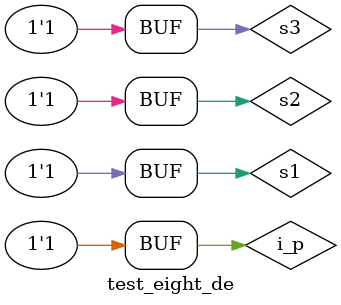
<source format=v>
`timescale 1ns / 1ps


module test_eight_de;

	// Inputs
	reg i_p;
	reg s1;
	reg s2;
	reg s3;

	// Outputs
	wire a1;
	wire a2;
	wire a3;
	wire a4;
	wire a5;
	wire a6;
	wire a7;
	wire a8;

	// Instantiate the Unit Under Test (UUT)
	eight_de uut (
		.i_p(i_p), 
		.a1(a1), 
		.a2(a2), 
		.a3(a3), 
		.a4(a4), 
		.a5(a5), 
		.a6(a6), 
		.a7(a7), 
		.a8(a8), 
		.s1(s1), 
		.s2(s2), 
		.s3(s3)
	);

	initial begin
		// Initialize Inputs
		i_p = 0;
		s1 = 0;
		s2 = 0;
		s3 = 0;

		// Wait 100 ns for global reset to finish
		//#10;
		repeat(15)
		begin
		#10;
		s3=s3^(s2&s1&i_p);
		s2=s2^(s1&i_p);
		s1=s1^i_p;
		i_p=i_p^1;
		end

			
		// Add stimulus here

	end
      
endmodule


</source>
